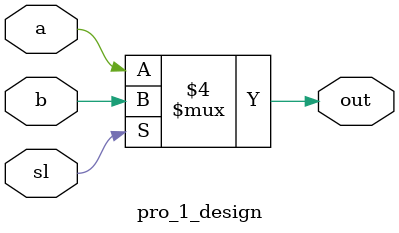
<source format=v>
`timescale 1ns / 1ps


module pro_1_design(out,a,b,sl);
    input a,b,sl;
    output out;
    reg out;
        always@(sl or a or b)
            if(!sl) 
                out=a;
            else out=b;
endmodule

</source>
